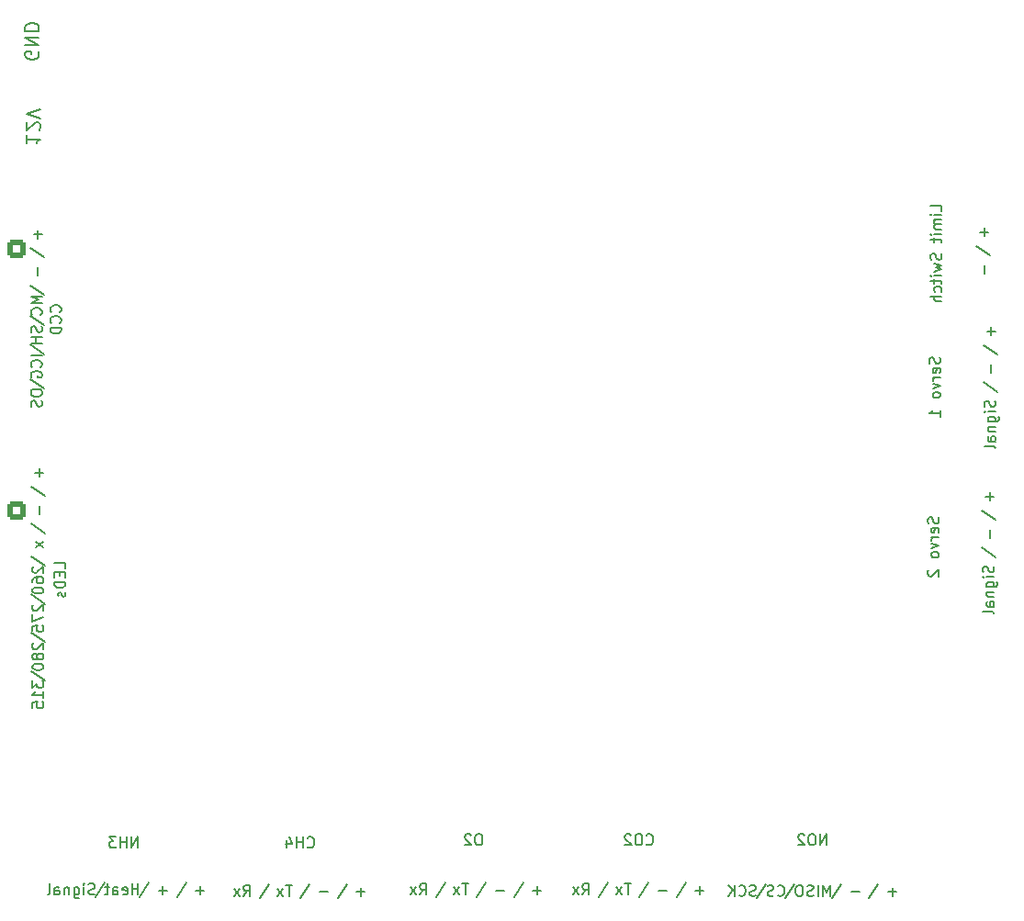
<source format=gbo>
%TF.GenerationSoftware,KiCad,Pcbnew,(6.0.10)*%
%TF.CreationDate,2022-12-29T21:44:20-06:00*%
%TF.ProjectId,ScienceSensor,53636965-6e63-4655-9365-6e736f722e6b,rev?*%
%TF.SameCoordinates,Original*%
%TF.FileFunction,Legend,Bot*%
%TF.FilePolarity,Positive*%
%FSLAX46Y46*%
G04 Gerber Fmt 4.6, Leading zero omitted, Abs format (unit mm)*
G04 Created by KiCad (PCBNEW (6.0.10)) date 2022-12-29 21:44:20*
%MOMM*%
%LPD*%
G01*
G04 APERTURE LIST*
G04 Aperture macros list*
%AMRoundRect*
0 Rectangle with rounded corners*
0 $1 Rounding radius*
0 $2 $3 $4 $5 $6 $7 $8 $9 X,Y pos of 4 corners*
0 Add a 4 corners polygon primitive as box body*
4,1,4,$2,$3,$4,$5,$6,$7,$8,$9,$2,$3,0*
0 Add four circle primitives for the rounded corners*
1,1,$1+$1,$2,$3*
1,1,$1+$1,$4,$5*
1,1,$1+$1,$6,$7*
1,1,$1+$1,$8,$9*
0 Add four rect primitives between the rounded corners*
20,1,$1+$1,$2,$3,$4,$5,0*
20,1,$1+$1,$4,$5,$6,$7,0*
20,1,$1+$1,$6,$7,$8,$9,0*
20,1,$1+$1,$8,$9,$2,$3,0*%
G04 Aperture macros list end*
%ADD10C,0.150000*%
%ADD11C,1.308000*%
%ADD12C,3.450000*%
%ADD13C,1.524000*%
%ADD14C,2.946400*%
%ADD15RoundRect,0.250000X-0.620000X0.620000X-0.620000X-0.620000X0.620000X-0.620000X0.620000X0.620000X0*%
%ADD16C,1.740000*%
%ADD17O,3.000000X5.100000*%
%ADD18R,1.500000X2.500000*%
%ADD19O,1.500000X2.500000*%
%ADD20C,1.100000*%
%ADD21C,1.400000*%
%ADD22C,4.000000*%
%ADD23C,2.000000*%
%ADD24R,1.350000X1.350000*%
%ADD25O,1.350000X1.350000*%
G04 APERTURE END LIST*
D10*
X106878380Y-110331380D02*
X106878380Y-109855190D01*
X105878380Y-109855190D01*
X106354571Y-110664714D02*
X106354571Y-110998047D01*
X106878380Y-111140904D02*
X106878380Y-110664714D01*
X105878380Y-110664714D01*
X105878380Y-111140904D01*
X106878380Y-111569476D02*
X105878380Y-111569476D01*
X105878380Y-111807571D01*
X105926000Y-111950428D01*
X106021238Y-112045666D01*
X106116476Y-112093285D01*
X106306952Y-112140904D01*
X106449809Y-112140904D01*
X106640285Y-112093285D01*
X106735523Y-112045666D01*
X106830761Y-111950428D01*
X106878380Y-111807571D01*
X106878380Y-111569476D01*
X106830761Y-112521857D02*
X106878380Y-112617095D01*
X106878380Y-112807571D01*
X106830761Y-112902809D01*
X106735523Y-112950428D01*
X106687904Y-112950428D01*
X106592666Y-112902809D01*
X106545047Y-112807571D01*
X106545047Y-112664714D01*
X106497428Y-112569476D01*
X106402190Y-112521857D01*
X106354571Y-112521857D01*
X106259333Y-112569476D01*
X106211714Y-112664714D01*
X106211714Y-112807571D01*
X106259333Y-112902809D01*
X177053714Y-135834380D02*
X177053714Y-134834380D01*
X176482285Y-135834380D01*
X176482285Y-134834380D01*
X175815619Y-134834380D02*
X175625142Y-134834380D01*
X175529904Y-134882000D01*
X175434666Y-134977238D01*
X175387047Y-135167714D01*
X175387047Y-135501047D01*
X175434666Y-135691523D01*
X175529904Y-135786761D01*
X175625142Y-135834380D01*
X175815619Y-135834380D01*
X175910857Y-135786761D01*
X176006095Y-135691523D01*
X176053714Y-135501047D01*
X176053714Y-135167714D01*
X176006095Y-134977238D01*
X175910857Y-134882000D01*
X175815619Y-134834380D01*
X175006095Y-134929619D02*
X174958476Y-134882000D01*
X174863238Y-134834380D01*
X174625142Y-134834380D01*
X174529904Y-134882000D01*
X174482285Y-134929619D01*
X174434666Y-135024857D01*
X174434666Y-135120095D01*
X174482285Y-135262952D01*
X175053714Y-135834380D01*
X174434666Y-135834380D01*
X150756190Y-140025428D02*
X149994285Y-140025428D01*
X150375238Y-140406380D02*
X150375238Y-139644476D01*
X149089523Y-139311142D02*
X148232380Y-140596857D01*
X147327619Y-140025428D02*
X146565714Y-140025428D01*
X145660952Y-139311142D02*
X144803809Y-140596857D01*
X144041904Y-139406380D02*
X143470476Y-139406380D01*
X143756190Y-140406380D02*
X143756190Y-139406380D01*
X143232380Y-140406380D02*
X142708571Y-139739714D01*
X143232380Y-139739714D02*
X142708571Y-140406380D01*
X141899047Y-139311142D02*
X141041904Y-140596857D01*
X139565714Y-140406380D02*
X139899047Y-139930190D01*
X140137142Y-140406380D02*
X140137142Y-139406380D01*
X139756190Y-139406380D01*
X139660952Y-139454000D01*
X139613333Y-139501619D01*
X139565714Y-139596857D01*
X139565714Y-139739714D01*
X139613333Y-139834952D01*
X139660952Y-139882571D01*
X139756190Y-139930190D01*
X140137142Y-139930190D01*
X139232380Y-140406380D02*
X138708571Y-139739714D01*
X139232380Y-139739714D02*
X138708571Y-140406380D01*
X165742190Y-140025428D02*
X164980285Y-140025428D01*
X165361238Y-140406380D02*
X165361238Y-139644476D01*
X164075523Y-139311142D02*
X163218380Y-140596857D01*
X162313619Y-140025428D02*
X161551714Y-140025428D01*
X160646952Y-139311142D02*
X159789809Y-140596857D01*
X159027904Y-139406380D02*
X158456476Y-139406380D01*
X158742190Y-140406380D02*
X158742190Y-139406380D01*
X158218380Y-140406380D02*
X157694571Y-139739714D01*
X158218380Y-139739714D02*
X157694571Y-140406380D01*
X156885047Y-139311142D02*
X156027904Y-140596857D01*
X154551714Y-140406380D02*
X154885047Y-139930190D01*
X155123142Y-140406380D02*
X155123142Y-139406380D01*
X154742190Y-139406380D01*
X154646952Y-139454000D01*
X154599333Y-139501619D01*
X154551714Y-139596857D01*
X154551714Y-139739714D01*
X154599333Y-139834952D01*
X154646952Y-139882571D01*
X154742190Y-139930190D01*
X155123142Y-139930190D01*
X154218380Y-140406380D02*
X153694571Y-139739714D01*
X154218380Y-139739714D02*
X153694571Y-140406380D01*
X187650380Y-77375238D02*
X187650380Y-76899047D01*
X186650380Y-76899047D01*
X187650380Y-77708571D02*
X186983714Y-77708571D01*
X186650380Y-77708571D02*
X186698000Y-77660952D01*
X186745619Y-77708571D01*
X186698000Y-77756190D01*
X186650380Y-77708571D01*
X186745619Y-77708571D01*
X187650380Y-78184761D02*
X186983714Y-78184761D01*
X187078952Y-78184761D02*
X187031333Y-78232380D01*
X186983714Y-78327619D01*
X186983714Y-78470476D01*
X187031333Y-78565714D01*
X187126571Y-78613333D01*
X187650380Y-78613333D01*
X187126571Y-78613333D02*
X187031333Y-78660952D01*
X186983714Y-78756190D01*
X186983714Y-78899047D01*
X187031333Y-78994285D01*
X187126571Y-79041904D01*
X187650380Y-79041904D01*
X187650380Y-79518095D02*
X186983714Y-79518095D01*
X186650380Y-79518095D02*
X186698000Y-79470476D01*
X186745619Y-79518095D01*
X186698000Y-79565714D01*
X186650380Y-79518095D01*
X186745619Y-79518095D01*
X186983714Y-79851428D02*
X186983714Y-80232380D01*
X186650380Y-79994285D02*
X187507523Y-79994285D01*
X187602761Y-80041904D01*
X187650380Y-80137142D01*
X187650380Y-80232380D01*
X187602761Y-81280000D02*
X187650380Y-81422857D01*
X187650380Y-81660952D01*
X187602761Y-81756190D01*
X187555142Y-81803809D01*
X187459904Y-81851428D01*
X187364666Y-81851428D01*
X187269428Y-81803809D01*
X187221809Y-81756190D01*
X187174190Y-81660952D01*
X187126571Y-81470476D01*
X187078952Y-81375238D01*
X187031333Y-81327619D01*
X186936095Y-81280000D01*
X186840857Y-81280000D01*
X186745619Y-81327619D01*
X186698000Y-81375238D01*
X186650380Y-81470476D01*
X186650380Y-81708571D01*
X186698000Y-81851428D01*
X186983714Y-82184761D02*
X187650380Y-82375238D01*
X187174190Y-82565714D01*
X187650380Y-82756190D01*
X186983714Y-82946666D01*
X187650380Y-83327619D02*
X186983714Y-83327619D01*
X186650380Y-83327619D02*
X186698000Y-83280000D01*
X186745619Y-83327619D01*
X186698000Y-83375238D01*
X186650380Y-83327619D01*
X186745619Y-83327619D01*
X186983714Y-83660952D02*
X186983714Y-84041904D01*
X186650380Y-83803809D02*
X187507523Y-83803809D01*
X187602761Y-83851428D01*
X187650380Y-83946666D01*
X187650380Y-84041904D01*
X187602761Y-84803809D02*
X187650380Y-84708571D01*
X187650380Y-84518095D01*
X187602761Y-84422857D01*
X187555142Y-84375238D01*
X187459904Y-84327619D01*
X187174190Y-84327619D01*
X187078952Y-84375238D01*
X187031333Y-84422857D01*
X186983714Y-84518095D01*
X186983714Y-84708571D01*
X187031333Y-84803809D01*
X187650380Y-85232380D02*
X186650380Y-85232380D01*
X187650380Y-85660952D02*
X187126571Y-85660952D01*
X187031333Y-85613333D01*
X186983714Y-85518095D01*
X186983714Y-85375238D01*
X187031333Y-85280000D01*
X187078952Y-85232380D01*
X192222428Y-88075190D02*
X192222428Y-88837095D01*
X192603380Y-88456142D02*
X191841476Y-88456142D01*
X191508142Y-89741857D02*
X192793857Y-90599000D01*
X192222428Y-91503761D02*
X192222428Y-92265666D01*
X191508142Y-93170428D02*
X192793857Y-94027571D01*
X192555761Y-94884714D02*
X192603380Y-95027571D01*
X192603380Y-95265666D01*
X192555761Y-95360904D01*
X192508142Y-95408523D01*
X192412904Y-95456142D01*
X192317666Y-95456142D01*
X192222428Y-95408523D01*
X192174809Y-95360904D01*
X192127190Y-95265666D01*
X192079571Y-95075190D01*
X192031952Y-94979952D01*
X191984333Y-94932333D01*
X191889095Y-94884714D01*
X191793857Y-94884714D01*
X191698619Y-94932333D01*
X191651000Y-94979952D01*
X191603380Y-95075190D01*
X191603380Y-95313285D01*
X191651000Y-95456142D01*
X192603380Y-95884714D02*
X191936714Y-95884714D01*
X191603380Y-95884714D02*
X191651000Y-95837095D01*
X191698619Y-95884714D01*
X191651000Y-95932333D01*
X191603380Y-95884714D01*
X191698619Y-95884714D01*
X191936714Y-96789476D02*
X192746238Y-96789476D01*
X192841476Y-96741857D01*
X192889095Y-96694238D01*
X192936714Y-96599000D01*
X192936714Y-96456142D01*
X192889095Y-96360904D01*
X192555761Y-96789476D02*
X192603380Y-96694238D01*
X192603380Y-96503761D01*
X192555761Y-96408523D01*
X192508142Y-96360904D01*
X192412904Y-96313285D01*
X192127190Y-96313285D01*
X192031952Y-96360904D01*
X191984333Y-96408523D01*
X191936714Y-96503761D01*
X191936714Y-96694238D01*
X191984333Y-96789476D01*
X191936714Y-97265666D02*
X192603380Y-97265666D01*
X192031952Y-97265666D02*
X191984333Y-97313285D01*
X191936714Y-97408523D01*
X191936714Y-97551380D01*
X191984333Y-97646619D01*
X192079571Y-97694238D01*
X192603380Y-97694238D01*
X192603380Y-98599000D02*
X192079571Y-98599000D01*
X191984333Y-98551380D01*
X191936714Y-98456142D01*
X191936714Y-98265666D01*
X191984333Y-98170428D01*
X192555761Y-98599000D02*
X192603380Y-98503761D01*
X192603380Y-98265666D01*
X192555761Y-98170428D01*
X192460523Y-98122809D01*
X192365285Y-98122809D01*
X192270047Y-98170428D01*
X192222428Y-98265666D01*
X192222428Y-98503761D01*
X192174809Y-98599000D01*
X192603380Y-99218047D02*
X192555761Y-99122809D01*
X192460523Y-99075190D01*
X191603380Y-99075190D01*
X191587428Y-78930761D02*
X191587428Y-79692666D01*
X191968380Y-79311714D02*
X191206476Y-79311714D01*
X190873142Y-80597428D02*
X192158857Y-81454571D01*
X191587428Y-82359333D02*
X191587428Y-83121238D01*
X160456476Y-135739142D02*
X160504095Y-135786761D01*
X160646952Y-135834380D01*
X160742190Y-135834380D01*
X160885047Y-135786761D01*
X160980285Y-135691523D01*
X161027904Y-135596285D01*
X161075523Y-135405809D01*
X161075523Y-135262952D01*
X161027904Y-135072476D01*
X160980285Y-134977238D01*
X160885047Y-134882000D01*
X160742190Y-134834380D01*
X160646952Y-134834380D01*
X160504095Y-134882000D01*
X160456476Y-134929619D01*
X159837428Y-134834380D02*
X159646952Y-134834380D01*
X159551714Y-134882000D01*
X159456476Y-134977238D01*
X159408857Y-135167714D01*
X159408857Y-135501047D01*
X159456476Y-135691523D01*
X159551714Y-135786761D01*
X159646952Y-135834380D01*
X159837428Y-135834380D01*
X159932666Y-135786761D01*
X160027904Y-135691523D01*
X160075523Y-135501047D01*
X160075523Y-135167714D01*
X160027904Y-134977238D01*
X159932666Y-134882000D01*
X159837428Y-134834380D01*
X159027904Y-134929619D02*
X158980285Y-134882000D01*
X158885047Y-134834380D01*
X158646952Y-134834380D01*
X158551714Y-134882000D01*
X158504095Y-134929619D01*
X158456476Y-135024857D01*
X158456476Y-135120095D01*
X158504095Y-135262952D01*
X159075523Y-135834380D01*
X158456476Y-135834380D01*
X129214476Y-135993142D02*
X129262095Y-136040761D01*
X129404952Y-136088380D01*
X129500190Y-136088380D01*
X129643047Y-136040761D01*
X129738285Y-135945523D01*
X129785904Y-135850285D01*
X129833523Y-135659809D01*
X129833523Y-135516952D01*
X129785904Y-135326476D01*
X129738285Y-135231238D01*
X129643047Y-135136000D01*
X129500190Y-135088380D01*
X129404952Y-135088380D01*
X129262095Y-135136000D01*
X129214476Y-135183619D01*
X128785904Y-136088380D02*
X128785904Y-135088380D01*
X128785904Y-135564571D02*
X128214476Y-135564571D01*
X128214476Y-136088380D02*
X128214476Y-135088380D01*
X127309714Y-135421714D02*
X127309714Y-136088380D01*
X127547809Y-135040761D02*
X127785904Y-135755047D01*
X127166857Y-135755047D01*
X192095428Y-103315190D02*
X192095428Y-104077095D01*
X192476380Y-103696142D02*
X191714476Y-103696142D01*
X191381142Y-104981857D02*
X192666857Y-105839000D01*
X192095428Y-106743761D02*
X192095428Y-107505666D01*
X191381142Y-108410428D02*
X192666857Y-109267571D01*
X192428761Y-110124714D02*
X192476380Y-110267571D01*
X192476380Y-110505666D01*
X192428761Y-110600904D01*
X192381142Y-110648523D01*
X192285904Y-110696142D01*
X192190666Y-110696142D01*
X192095428Y-110648523D01*
X192047809Y-110600904D01*
X192000190Y-110505666D01*
X191952571Y-110315190D01*
X191904952Y-110219952D01*
X191857333Y-110172333D01*
X191762095Y-110124714D01*
X191666857Y-110124714D01*
X191571619Y-110172333D01*
X191524000Y-110219952D01*
X191476380Y-110315190D01*
X191476380Y-110553285D01*
X191524000Y-110696142D01*
X192476380Y-111124714D02*
X191809714Y-111124714D01*
X191476380Y-111124714D02*
X191524000Y-111077095D01*
X191571619Y-111124714D01*
X191524000Y-111172333D01*
X191476380Y-111124714D01*
X191571619Y-111124714D01*
X191809714Y-112029476D02*
X192619238Y-112029476D01*
X192714476Y-111981857D01*
X192762095Y-111934238D01*
X192809714Y-111839000D01*
X192809714Y-111696142D01*
X192762095Y-111600904D01*
X192428761Y-112029476D02*
X192476380Y-111934238D01*
X192476380Y-111743761D01*
X192428761Y-111648523D01*
X192381142Y-111600904D01*
X192285904Y-111553285D01*
X192000190Y-111553285D01*
X191904952Y-111600904D01*
X191857333Y-111648523D01*
X191809714Y-111743761D01*
X191809714Y-111934238D01*
X191857333Y-112029476D01*
X191809714Y-112505666D02*
X192476380Y-112505666D01*
X191904952Y-112505666D02*
X191857333Y-112553285D01*
X191809714Y-112648523D01*
X191809714Y-112791380D01*
X191857333Y-112886619D01*
X191952571Y-112934238D01*
X192476380Y-112934238D01*
X192476380Y-113839000D02*
X191952571Y-113839000D01*
X191857333Y-113791380D01*
X191809714Y-113696142D01*
X191809714Y-113505666D01*
X191857333Y-113410428D01*
X192428761Y-113839000D02*
X192476380Y-113743761D01*
X192476380Y-113505666D01*
X192428761Y-113410428D01*
X192333523Y-113362809D01*
X192238285Y-113362809D01*
X192143047Y-113410428D01*
X192095428Y-113505666D01*
X192095428Y-113743761D01*
X192047809Y-113839000D01*
X192476380Y-114458047D02*
X192428761Y-114362809D01*
X192333523Y-114315190D01*
X191476380Y-114315190D01*
X113553714Y-136088380D02*
X113553714Y-135088380D01*
X112982285Y-136088380D01*
X112982285Y-135088380D01*
X112506095Y-136088380D02*
X112506095Y-135088380D01*
X112506095Y-135564571D02*
X111934666Y-135564571D01*
X111934666Y-136088380D02*
X111934666Y-135088380D01*
X111553714Y-135088380D02*
X110934666Y-135088380D01*
X111268000Y-135469333D01*
X111125142Y-135469333D01*
X111029904Y-135516952D01*
X110982285Y-135564571D01*
X110934666Y-135659809D01*
X110934666Y-135897904D01*
X110982285Y-135993142D01*
X111029904Y-136040761D01*
X111125142Y-136088380D01*
X111410857Y-136088380D01*
X111506095Y-136040761D01*
X111553714Y-135993142D01*
X187475761Y-90884714D02*
X187523380Y-91027571D01*
X187523380Y-91265666D01*
X187475761Y-91360904D01*
X187428142Y-91408523D01*
X187332904Y-91456142D01*
X187237666Y-91456142D01*
X187142428Y-91408523D01*
X187094809Y-91360904D01*
X187047190Y-91265666D01*
X186999571Y-91075190D01*
X186951952Y-90979952D01*
X186904333Y-90932333D01*
X186809095Y-90884714D01*
X186713857Y-90884714D01*
X186618619Y-90932333D01*
X186571000Y-90979952D01*
X186523380Y-91075190D01*
X186523380Y-91313285D01*
X186571000Y-91456142D01*
X187475761Y-92265666D02*
X187523380Y-92170428D01*
X187523380Y-91979952D01*
X187475761Y-91884714D01*
X187380523Y-91837095D01*
X186999571Y-91837095D01*
X186904333Y-91884714D01*
X186856714Y-91979952D01*
X186856714Y-92170428D01*
X186904333Y-92265666D01*
X186999571Y-92313285D01*
X187094809Y-92313285D01*
X187190047Y-91837095D01*
X187523380Y-92741857D02*
X186856714Y-92741857D01*
X187047190Y-92741857D02*
X186951952Y-92789476D01*
X186904333Y-92837095D01*
X186856714Y-92932333D01*
X186856714Y-93027571D01*
X186856714Y-93265666D02*
X187523380Y-93503761D01*
X186856714Y-93741857D01*
X187523380Y-94265666D02*
X187475761Y-94170428D01*
X187428142Y-94122809D01*
X187332904Y-94075190D01*
X187047190Y-94075190D01*
X186951952Y-94122809D01*
X186904333Y-94170428D01*
X186856714Y-94265666D01*
X186856714Y-94408523D01*
X186904333Y-94503761D01*
X186951952Y-94551380D01*
X187047190Y-94599000D01*
X187332904Y-94599000D01*
X187428142Y-94551380D01*
X187475761Y-94503761D01*
X187523380Y-94408523D01*
X187523380Y-94265666D01*
X187523380Y-96313285D02*
X187523380Y-95741857D01*
X187523380Y-96027571D02*
X186523380Y-96027571D01*
X186666238Y-95932333D01*
X186761476Y-95837095D01*
X186809095Y-95741857D01*
X104394000Y-62689619D02*
X104454476Y-62810571D01*
X104454476Y-62992000D01*
X104394000Y-63173428D01*
X104273047Y-63294380D01*
X104152095Y-63354857D01*
X103910190Y-63415333D01*
X103728761Y-63415333D01*
X103486857Y-63354857D01*
X103365904Y-63294380D01*
X103244952Y-63173428D01*
X103184476Y-62992000D01*
X103184476Y-62871047D01*
X103244952Y-62689619D01*
X103305428Y-62629142D01*
X103728761Y-62629142D01*
X103728761Y-62871047D01*
X103184476Y-62084857D02*
X104454476Y-62084857D01*
X103184476Y-61359142D01*
X104454476Y-61359142D01*
X103184476Y-60754380D02*
X104454476Y-60754380D01*
X104454476Y-60452000D01*
X104394000Y-60270571D01*
X104273047Y-60149619D01*
X104152095Y-60089142D01*
X103910190Y-60028666D01*
X103728761Y-60028666D01*
X103486857Y-60089142D01*
X103365904Y-60149619D01*
X103244952Y-60270571D01*
X103184476Y-60452000D01*
X103184476Y-60754380D01*
X106402142Y-86685523D02*
X106449761Y-86637904D01*
X106497380Y-86495047D01*
X106497380Y-86399809D01*
X106449761Y-86256952D01*
X106354523Y-86161714D01*
X106259285Y-86114095D01*
X106068809Y-86066476D01*
X105925952Y-86066476D01*
X105735476Y-86114095D01*
X105640238Y-86161714D01*
X105545000Y-86256952D01*
X105497380Y-86399809D01*
X105497380Y-86495047D01*
X105545000Y-86637904D01*
X105592619Y-86685523D01*
X106402142Y-87685523D02*
X106449761Y-87637904D01*
X106497380Y-87495047D01*
X106497380Y-87399809D01*
X106449761Y-87256952D01*
X106354523Y-87161714D01*
X106259285Y-87114095D01*
X106068809Y-87066476D01*
X105925952Y-87066476D01*
X105735476Y-87114095D01*
X105640238Y-87161714D01*
X105545000Y-87256952D01*
X105497380Y-87399809D01*
X105497380Y-87495047D01*
X105545000Y-87637904D01*
X105592619Y-87685523D01*
X106497380Y-88114095D02*
X105497380Y-88114095D01*
X105497380Y-88352190D01*
X105545000Y-88495047D01*
X105640238Y-88590285D01*
X105735476Y-88637904D01*
X105925952Y-88685523D01*
X106068809Y-88685523D01*
X106259285Y-88637904D01*
X106354523Y-88590285D01*
X106449761Y-88495047D01*
X106497380Y-88352190D01*
X106497380Y-88114095D01*
X134500190Y-140152428D02*
X133738285Y-140152428D01*
X134119238Y-140533380D02*
X134119238Y-139771476D01*
X132833523Y-139438142D02*
X131976380Y-140723857D01*
X131071619Y-140152428D02*
X130309714Y-140152428D01*
X129404952Y-139438142D02*
X128547809Y-140723857D01*
X127785904Y-139533380D02*
X127214476Y-139533380D01*
X127500190Y-140533380D02*
X127500190Y-139533380D01*
X126976380Y-140533380D02*
X126452571Y-139866714D01*
X126976380Y-139866714D02*
X126452571Y-140533380D01*
X125643047Y-139438142D02*
X124785904Y-140723857D01*
X123309714Y-140533380D02*
X123643047Y-140057190D01*
X123881142Y-140533380D02*
X123881142Y-139533380D01*
X123500190Y-139533380D01*
X123404952Y-139581000D01*
X123357333Y-139628619D01*
X123309714Y-139723857D01*
X123309714Y-139866714D01*
X123357333Y-139961952D01*
X123404952Y-140009571D01*
X123500190Y-140057190D01*
X123881142Y-140057190D01*
X122976380Y-140533380D02*
X122452571Y-139866714D01*
X122976380Y-139866714D02*
X122452571Y-140533380D01*
X183506095Y-140152428D02*
X182744190Y-140152428D01*
X183125142Y-140533380D02*
X183125142Y-139771476D01*
X181839428Y-139438142D02*
X180982285Y-140723857D01*
X180077523Y-140152428D02*
X179315619Y-140152428D01*
X178410857Y-139438142D02*
X177553714Y-140723857D01*
X177410857Y-140533380D02*
X177410857Y-139533380D01*
X177077523Y-140247666D01*
X176744190Y-139533380D01*
X176744190Y-140533380D01*
X176268000Y-140533380D02*
X176268000Y-139533380D01*
X175839428Y-140485761D02*
X175696571Y-140533380D01*
X175458476Y-140533380D01*
X175363238Y-140485761D01*
X175315619Y-140438142D01*
X175268000Y-140342904D01*
X175268000Y-140247666D01*
X175315619Y-140152428D01*
X175363238Y-140104809D01*
X175458476Y-140057190D01*
X175648952Y-140009571D01*
X175744190Y-139961952D01*
X175791809Y-139914333D01*
X175839428Y-139819095D01*
X175839428Y-139723857D01*
X175791809Y-139628619D01*
X175744190Y-139581000D01*
X175648952Y-139533380D01*
X175410857Y-139533380D01*
X175268000Y-139581000D01*
X174648952Y-139533380D02*
X174458476Y-139533380D01*
X174363238Y-139581000D01*
X174268000Y-139676238D01*
X174220380Y-139866714D01*
X174220380Y-140200047D01*
X174268000Y-140390523D01*
X174363238Y-140485761D01*
X174458476Y-140533380D01*
X174648952Y-140533380D01*
X174744190Y-140485761D01*
X174839428Y-140390523D01*
X174887047Y-140200047D01*
X174887047Y-139866714D01*
X174839428Y-139676238D01*
X174744190Y-139581000D01*
X174648952Y-139533380D01*
X174125142Y-139438142D02*
X173268000Y-140723857D01*
X172553714Y-140438142D02*
X172601333Y-140485761D01*
X172744190Y-140533380D01*
X172839428Y-140533380D01*
X172982285Y-140485761D01*
X173077523Y-140390523D01*
X173125142Y-140295285D01*
X173172761Y-140104809D01*
X173172761Y-139961952D01*
X173125142Y-139771476D01*
X173077523Y-139676238D01*
X172982285Y-139581000D01*
X172839428Y-139533380D01*
X172744190Y-139533380D01*
X172601333Y-139581000D01*
X172553714Y-139628619D01*
X172172761Y-140485761D02*
X172029904Y-140533380D01*
X171791809Y-140533380D01*
X171696571Y-140485761D01*
X171648952Y-140438142D01*
X171601333Y-140342904D01*
X171601333Y-140247666D01*
X171648952Y-140152428D01*
X171696571Y-140104809D01*
X171791809Y-140057190D01*
X171982285Y-140009571D01*
X172077523Y-139961952D01*
X172125142Y-139914333D01*
X172172761Y-139819095D01*
X172172761Y-139723857D01*
X172125142Y-139628619D01*
X172077523Y-139581000D01*
X171982285Y-139533380D01*
X171744190Y-139533380D01*
X171601333Y-139581000D01*
X171506095Y-139438142D02*
X170648952Y-140723857D01*
X170553714Y-140485761D02*
X170410857Y-140533380D01*
X170172761Y-140533380D01*
X170077523Y-140485761D01*
X170029904Y-140438142D01*
X169982285Y-140342904D01*
X169982285Y-140247666D01*
X170029904Y-140152428D01*
X170077523Y-140104809D01*
X170172761Y-140057190D01*
X170363238Y-140009571D01*
X170458476Y-139961952D01*
X170506095Y-139914333D01*
X170553714Y-139819095D01*
X170553714Y-139723857D01*
X170506095Y-139628619D01*
X170458476Y-139581000D01*
X170363238Y-139533380D01*
X170125142Y-139533380D01*
X169982285Y-139581000D01*
X168982285Y-140438142D02*
X169029904Y-140485761D01*
X169172761Y-140533380D01*
X169268000Y-140533380D01*
X169410857Y-140485761D01*
X169506095Y-140390523D01*
X169553714Y-140295285D01*
X169601333Y-140104809D01*
X169601333Y-139961952D01*
X169553714Y-139771476D01*
X169506095Y-139676238D01*
X169410857Y-139581000D01*
X169268000Y-139533380D01*
X169172761Y-139533380D01*
X169029904Y-139581000D01*
X168982285Y-139628619D01*
X168553714Y-140533380D02*
X168553714Y-139533380D01*
X167982285Y-140533380D02*
X168410857Y-139961952D01*
X167982285Y-139533380D02*
X168553714Y-140104809D01*
X145097428Y-134834380D02*
X144906952Y-134834380D01*
X144811714Y-134882000D01*
X144716476Y-134977238D01*
X144668857Y-135167714D01*
X144668857Y-135501047D01*
X144716476Y-135691523D01*
X144811714Y-135786761D01*
X144906952Y-135834380D01*
X145097428Y-135834380D01*
X145192666Y-135786761D01*
X145287904Y-135691523D01*
X145335523Y-135501047D01*
X145335523Y-135167714D01*
X145287904Y-134977238D01*
X145192666Y-134882000D01*
X145097428Y-134834380D01*
X144287904Y-134929619D02*
X144240285Y-134882000D01*
X144145047Y-134834380D01*
X143906952Y-134834380D01*
X143811714Y-134882000D01*
X143764095Y-134929619D01*
X143716476Y-135024857D01*
X143716476Y-135120095D01*
X143764095Y-135262952D01*
X144335523Y-135834380D01*
X143716476Y-135834380D01*
X119688666Y-140025428D02*
X118926761Y-140025428D01*
X119307714Y-140406380D02*
X119307714Y-139644476D01*
X118022000Y-139311142D02*
X117164857Y-140596857D01*
X116260095Y-140025428D02*
X115498190Y-140025428D01*
X115879142Y-140406380D02*
X115879142Y-139644476D01*
X114593428Y-139311142D02*
X113736285Y-140596857D01*
X113593428Y-140406380D02*
X113593428Y-139406380D01*
X113593428Y-139882571D02*
X113022000Y-139882571D01*
X113022000Y-140406380D02*
X113022000Y-139406380D01*
X112164857Y-140358761D02*
X112260095Y-140406380D01*
X112450571Y-140406380D01*
X112545809Y-140358761D01*
X112593428Y-140263523D01*
X112593428Y-139882571D01*
X112545809Y-139787333D01*
X112450571Y-139739714D01*
X112260095Y-139739714D01*
X112164857Y-139787333D01*
X112117238Y-139882571D01*
X112117238Y-139977809D01*
X112593428Y-140073047D01*
X111260095Y-140406380D02*
X111260095Y-139882571D01*
X111307714Y-139787333D01*
X111402952Y-139739714D01*
X111593428Y-139739714D01*
X111688666Y-139787333D01*
X111260095Y-140358761D02*
X111355333Y-140406380D01*
X111593428Y-140406380D01*
X111688666Y-140358761D01*
X111736285Y-140263523D01*
X111736285Y-140168285D01*
X111688666Y-140073047D01*
X111593428Y-140025428D01*
X111355333Y-140025428D01*
X111260095Y-139977809D01*
X110926761Y-139739714D02*
X110545809Y-139739714D01*
X110783904Y-139406380D02*
X110783904Y-140263523D01*
X110736285Y-140358761D01*
X110641047Y-140406380D01*
X110545809Y-140406380D01*
X110545809Y-139311142D02*
X109688666Y-140596857D01*
X109593428Y-140358761D02*
X109450571Y-140406380D01*
X109212476Y-140406380D01*
X109117238Y-140358761D01*
X109069619Y-140311142D01*
X109022000Y-140215904D01*
X109022000Y-140120666D01*
X109069619Y-140025428D01*
X109117238Y-139977809D01*
X109212476Y-139930190D01*
X109402952Y-139882571D01*
X109498190Y-139834952D01*
X109545809Y-139787333D01*
X109593428Y-139692095D01*
X109593428Y-139596857D01*
X109545809Y-139501619D01*
X109498190Y-139454000D01*
X109402952Y-139406380D01*
X109164857Y-139406380D01*
X109022000Y-139454000D01*
X108593428Y-140406380D02*
X108593428Y-139739714D01*
X108593428Y-139406380D02*
X108641047Y-139454000D01*
X108593428Y-139501619D01*
X108545809Y-139454000D01*
X108593428Y-139406380D01*
X108593428Y-139501619D01*
X107688666Y-139739714D02*
X107688666Y-140549238D01*
X107736285Y-140644476D01*
X107783904Y-140692095D01*
X107879142Y-140739714D01*
X108022000Y-140739714D01*
X108117238Y-140692095D01*
X107688666Y-140358761D02*
X107783904Y-140406380D01*
X107974380Y-140406380D01*
X108069619Y-140358761D01*
X108117238Y-140311142D01*
X108164857Y-140215904D01*
X108164857Y-139930190D01*
X108117238Y-139834952D01*
X108069619Y-139787333D01*
X107974380Y-139739714D01*
X107783904Y-139739714D01*
X107688666Y-139787333D01*
X107212476Y-139739714D02*
X107212476Y-140406380D01*
X107212476Y-139834952D02*
X107164857Y-139787333D01*
X107069619Y-139739714D01*
X106926761Y-139739714D01*
X106831523Y-139787333D01*
X106783904Y-139882571D01*
X106783904Y-140406380D01*
X105879142Y-140406380D02*
X105879142Y-139882571D01*
X105926761Y-139787333D01*
X106022000Y-139739714D01*
X106212476Y-139739714D01*
X106307714Y-139787333D01*
X105879142Y-140358761D02*
X105974380Y-140406380D01*
X106212476Y-140406380D01*
X106307714Y-140358761D01*
X106355333Y-140263523D01*
X106355333Y-140168285D01*
X106307714Y-140073047D01*
X106212476Y-140025428D01*
X105974380Y-140025428D01*
X105879142Y-139977809D01*
X105260095Y-140406380D02*
X105355333Y-140358761D01*
X105402952Y-140263523D01*
X105402952Y-139406380D01*
X187348761Y-105616714D02*
X187396380Y-105759571D01*
X187396380Y-105997666D01*
X187348761Y-106092904D01*
X187301142Y-106140523D01*
X187205904Y-106188142D01*
X187110666Y-106188142D01*
X187015428Y-106140523D01*
X186967809Y-106092904D01*
X186920190Y-105997666D01*
X186872571Y-105807190D01*
X186824952Y-105711952D01*
X186777333Y-105664333D01*
X186682095Y-105616714D01*
X186586857Y-105616714D01*
X186491619Y-105664333D01*
X186444000Y-105711952D01*
X186396380Y-105807190D01*
X186396380Y-106045285D01*
X186444000Y-106188142D01*
X187348761Y-106997666D02*
X187396380Y-106902428D01*
X187396380Y-106711952D01*
X187348761Y-106616714D01*
X187253523Y-106569095D01*
X186872571Y-106569095D01*
X186777333Y-106616714D01*
X186729714Y-106711952D01*
X186729714Y-106902428D01*
X186777333Y-106997666D01*
X186872571Y-107045285D01*
X186967809Y-107045285D01*
X187063047Y-106569095D01*
X187396380Y-107473857D02*
X186729714Y-107473857D01*
X186920190Y-107473857D02*
X186824952Y-107521476D01*
X186777333Y-107569095D01*
X186729714Y-107664333D01*
X186729714Y-107759571D01*
X186729714Y-107997666D02*
X187396380Y-108235761D01*
X186729714Y-108473857D01*
X187396380Y-108997666D02*
X187348761Y-108902428D01*
X187301142Y-108854809D01*
X187205904Y-108807190D01*
X186920190Y-108807190D01*
X186824952Y-108854809D01*
X186777333Y-108902428D01*
X186729714Y-108997666D01*
X186729714Y-109140523D01*
X186777333Y-109235761D01*
X186824952Y-109283380D01*
X186920190Y-109331000D01*
X187205904Y-109331000D01*
X187301142Y-109283380D01*
X187348761Y-109235761D01*
X187396380Y-109140523D01*
X187396380Y-108997666D01*
X186491619Y-110473857D02*
X186444000Y-110521476D01*
X186396380Y-110616714D01*
X186396380Y-110854809D01*
X186444000Y-110950047D01*
X186491619Y-110997666D01*
X186586857Y-111045285D01*
X186682095Y-111045285D01*
X186824952Y-110997666D01*
X187396380Y-110426238D01*
X187396380Y-111045285D01*
X104338428Y-79129952D02*
X104338428Y-79891857D01*
X104719380Y-79510904D02*
X103957476Y-79510904D01*
X103624142Y-80796619D02*
X104909857Y-81653761D01*
X104338428Y-82558523D02*
X104338428Y-83320428D01*
X103624142Y-84225190D02*
X104909857Y-85082333D01*
X104719380Y-85225190D02*
X103719380Y-85225190D01*
X104433666Y-85558523D01*
X103719380Y-85891857D01*
X104719380Y-85891857D01*
X104624142Y-86939476D02*
X104671761Y-86891857D01*
X104719380Y-86749000D01*
X104719380Y-86653761D01*
X104671761Y-86510904D01*
X104576523Y-86415666D01*
X104481285Y-86368047D01*
X104290809Y-86320428D01*
X104147952Y-86320428D01*
X103957476Y-86368047D01*
X103862238Y-86415666D01*
X103767000Y-86510904D01*
X103719380Y-86653761D01*
X103719380Y-86749000D01*
X103767000Y-86891857D01*
X103814619Y-86939476D01*
X103624142Y-87034714D02*
X104909857Y-87891857D01*
X104671761Y-87987095D02*
X104719380Y-88129952D01*
X104719380Y-88368047D01*
X104671761Y-88463285D01*
X104624142Y-88510904D01*
X104528904Y-88558523D01*
X104433666Y-88558523D01*
X104338428Y-88510904D01*
X104290809Y-88463285D01*
X104243190Y-88368047D01*
X104195571Y-88177571D01*
X104147952Y-88082333D01*
X104100333Y-88034714D01*
X104005095Y-87987095D01*
X103909857Y-87987095D01*
X103814619Y-88034714D01*
X103767000Y-88082333D01*
X103719380Y-88177571D01*
X103719380Y-88415666D01*
X103767000Y-88558523D01*
X104719380Y-88987095D02*
X103719380Y-88987095D01*
X104195571Y-88987095D02*
X104195571Y-89558523D01*
X104719380Y-89558523D02*
X103719380Y-89558523D01*
X103624142Y-89701380D02*
X104909857Y-90558523D01*
X104719380Y-90701380D02*
X103719380Y-90701380D01*
X104624142Y-91749000D02*
X104671761Y-91701380D01*
X104719380Y-91558523D01*
X104719380Y-91463285D01*
X104671761Y-91320428D01*
X104576523Y-91225190D01*
X104481285Y-91177571D01*
X104290809Y-91129952D01*
X104147952Y-91129952D01*
X103957476Y-91177571D01*
X103862238Y-91225190D01*
X103767000Y-91320428D01*
X103719380Y-91463285D01*
X103719380Y-91558523D01*
X103767000Y-91701380D01*
X103814619Y-91749000D01*
X103767000Y-92701380D02*
X103719380Y-92606142D01*
X103719380Y-92463285D01*
X103767000Y-92320428D01*
X103862238Y-92225190D01*
X103957476Y-92177571D01*
X104147952Y-92129952D01*
X104290809Y-92129952D01*
X104481285Y-92177571D01*
X104576523Y-92225190D01*
X104671761Y-92320428D01*
X104719380Y-92463285D01*
X104719380Y-92558523D01*
X104671761Y-92701380D01*
X104624142Y-92749000D01*
X104290809Y-92749000D01*
X104290809Y-92558523D01*
X103624142Y-92844238D02*
X104909857Y-93701380D01*
X103719380Y-94034714D02*
X103719380Y-94225190D01*
X103767000Y-94320428D01*
X103862238Y-94415666D01*
X104052714Y-94463285D01*
X104386047Y-94463285D01*
X104576523Y-94415666D01*
X104671761Y-94320428D01*
X104719380Y-94225190D01*
X104719380Y-94034714D01*
X104671761Y-93939476D01*
X104576523Y-93844238D01*
X104386047Y-93796619D01*
X104052714Y-93796619D01*
X103862238Y-93844238D01*
X103767000Y-93939476D01*
X103719380Y-94034714D01*
X104671761Y-94844238D02*
X104719380Y-94987095D01*
X104719380Y-95225190D01*
X104671761Y-95320428D01*
X104624142Y-95368047D01*
X104528904Y-95415666D01*
X104433666Y-95415666D01*
X104338428Y-95368047D01*
X104290809Y-95320428D01*
X104243190Y-95225190D01*
X104195571Y-95034714D01*
X104147952Y-94939476D01*
X104100333Y-94891857D01*
X104005095Y-94844238D01*
X103909857Y-94844238D01*
X103814619Y-94891857D01*
X103767000Y-94939476D01*
X103719380Y-95034714D01*
X103719380Y-95272809D01*
X103767000Y-95415666D01*
X103311476Y-70382190D02*
X103311476Y-71107904D01*
X103311476Y-70745047D02*
X104581476Y-70745047D01*
X104400047Y-70866000D01*
X104279095Y-70986952D01*
X104218619Y-71107904D01*
X104460523Y-69898380D02*
X104521000Y-69837904D01*
X104581476Y-69716952D01*
X104581476Y-69414571D01*
X104521000Y-69293619D01*
X104460523Y-69233142D01*
X104339571Y-69172666D01*
X104218619Y-69172666D01*
X104037190Y-69233142D01*
X103311476Y-69958857D01*
X103311476Y-69172666D01*
X104581476Y-68809809D02*
X103311476Y-68386476D01*
X104581476Y-67963142D01*
X104465428Y-101117190D02*
X104465428Y-101879095D01*
X104846380Y-101498142D02*
X104084476Y-101498142D01*
X103751142Y-102783857D02*
X105036857Y-103641000D01*
X104465428Y-104545761D02*
X104465428Y-105307666D01*
X103751142Y-106212428D02*
X105036857Y-107069571D01*
X104846380Y-107879095D02*
X104179714Y-108402904D01*
X104179714Y-107879095D02*
X104846380Y-108402904D01*
X103751142Y-109212428D02*
X105036857Y-110069571D01*
X103941619Y-110164809D02*
X103894000Y-110212428D01*
X103846380Y-110307666D01*
X103846380Y-110545761D01*
X103894000Y-110641000D01*
X103941619Y-110688619D01*
X104036857Y-110736238D01*
X104132095Y-110736238D01*
X104274952Y-110688619D01*
X104846380Y-110117190D01*
X104846380Y-110736238D01*
X103846380Y-111593380D02*
X103846380Y-111402904D01*
X103894000Y-111307666D01*
X103941619Y-111260047D01*
X104084476Y-111164809D01*
X104274952Y-111117190D01*
X104655904Y-111117190D01*
X104751142Y-111164809D01*
X104798761Y-111212428D01*
X104846380Y-111307666D01*
X104846380Y-111498142D01*
X104798761Y-111593380D01*
X104751142Y-111641000D01*
X104655904Y-111688619D01*
X104417809Y-111688619D01*
X104322571Y-111641000D01*
X104274952Y-111593380D01*
X104227333Y-111498142D01*
X104227333Y-111307666D01*
X104274952Y-111212428D01*
X104322571Y-111164809D01*
X104417809Y-111117190D01*
X103846380Y-112307666D02*
X103846380Y-112402904D01*
X103894000Y-112498142D01*
X103941619Y-112545761D01*
X104036857Y-112593380D01*
X104227333Y-112641000D01*
X104465428Y-112641000D01*
X104655904Y-112593380D01*
X104751142Y-112545761D01*
X104798761Y-112498142D01*
X104846380Y-112402904D01*
X104846380Y-112307666D01*
X104798761Y-112212428D01*
X104751142Y-112164809D01*
X104655904Y-112117190D01*
X104465428Y-112069571D01*
X104227333Y-112069571D01*
X104036857Y-112117190D01*
X103941619Y-112164809D01*
X103894000Y-112212428D01*
X103846380Y-112307666D01*
X103751142Y-112736238D02*
X105036857Y-113593380D01*
X103941619Y-113688619D02*
X103894000Y-113736238D01*
X103846380Y-113831476D01*
X103846380Y-114069571D01*
X103894000Y-114164809D01*
X103941619Y-114212428D01*
X104036857Y-114260047D01*
X104132095Y-114260047D01*
X104274952Y-114212428D01*
X104846380Y-113641000D01*
X104846380Y-114260047D01*
X103846380Y-114593380D02*
X103846380Y-115260047D01*
X104846380Y-114831476D01*
X103846380Y-116117190D02*
X103846380Y-115640999D01*
X104322571Y-115593380D01*
X104274952Y-115640999D01*
X104227333Y-115736238D01*
X104227333Y-115974333D01*
X104274952Y-116069571D01*
X104322571Y-116117190D01*
X104417809Y-116164809D01*
X104655904Y-116164809D01*
X104751142Y-116117190D01*
X104798761Y-116069571D01*
X104846380Y-115974333D01*
X104846380Y-115736238D01*
X104798761Y-115640999D01*
X104751142Y-115593380D01*
X103751142Y-116260047D02*
X105036857Y-117117190D01*
X103941619Y-117212428D02*
X103894000Y-117260047D01*
X103846380Y-117355285D01*
X103846380Y-117593380D01*
X103894000Y-117688619D01*
X103941619Y-117736238D01*
X104036857Y-117783857D01*
X104132095Y-117783857D01*
X104274952Y-117736238D01*
X104846380Y-117164809D01*
X104846380Y-117783857D01*
X104274952Y-118355285D02*
X104227333Y-118260047D01*
X104179714Y-118212428D01*
X104084476Y-118164809D01*
X104036857Y-118164809D01*
X103941619Y-118212428D01*
X103894000Y-118260047D01*
X103846380Y-118355285D01*
X103846380Y-118545761D01*
X103894000Y-118640999D01*
X103941619Y-118688619D01*
X104036857Y-118736238D01*
X104084476Y-118736238D01*
X104179714Y-118688619D01*
X104227333Y-118640999D01*
X104274952Y-118545761D01*
X104274952Y-118355285D01*
X104322571Y-118260047D01*
X104370190Y-118212428D01*
X104465428Y-118164809D01*
X104655904Y-118164809D01*
X104751142Y-118212428D01*
X104798761Y-118260047D01*
X104846380Y-118355285D01*
X104846380Y-118545761D01*
X104798761Y-118640999D01*
X104751142Y-118688619D01*
X104655904Y-118736238D01*
X104465428Y-118736238D01*
X104370190Y-118688619D01*
X104322571Y-118640999D01*
X104274952Y-118545761D01*
X103846380Y-119355285D02*
X103846380Y-119450523D01*
X103894000Y-119545761D01*
X103941619Y-119593380D01*
X104036857Y-119640999D01*
X104227333Y-119688619D01*
X104465428Y-119688619D01*
X104655904Y-119640999D01*
X104751142Y-119593380D01*
X104798761Y-119545761D01*
X104846380Y-119450523D01*
X104846380Y-119355285D01*
X104798761Y-119260047D01*
X104751142Y-119212428D01*
X104655904Y-119164809D01*
X104465428Y-119117190D01*
X104227333Y-119117190D01*
X104036857Y-119164809D01*
X103941619Y-119212428D01*
X103894000Y-119260047D01*
X103846380Y-119355285D01*
X103751142Y-119783857D02*
X105036857Y-120640999D01*
X103846380Y-120688619D02*
X103846380Y-121307666D01*
X104227333Y-120974333D01*
X104227333Y-121117190D01*
X104274952Y-121212428D01*
X104322571Y-121260047D01*
X104417809Y-121307666D01*
X104655904Y-121307666D01*
X104751142Y-121260047D01*
X104798761Y-121212428D01*
X104846380Y-121117190D01*
X104846380Y-120831476D01*
X104798761Y-120736238D01*
X104751142Y-120688619D01*
X104846380Y-122260047D02*
X104846380Y-121688619D01*
X104846380Y-121974333D02*
X103846380Y-121974333D01*
X103989238Y-121879095D01*
X104084476Y-121783857D01*
X104132095Y-121688619D01*
X103846380Y-123164809D02*
X103846380Y-122688619D01*
X104322571Y-122640999D01*
X104274952Y-122688619D01*
X104227333Y-122783857D01*
X104227333Y-123021952D01*
X104274952Y-123117190D01*
X104322571Y-123164809D01*
X104417809Y-123212428D01*
X104655904Y-123212428D01*
X104751142Y-123164809D01*
X104798761Y-123117190D01*
X104846380Y-123021952D01*
X104846380Y-122783857D01*
X104798761Y-122688619D01*
X104751142Y-122640999D01*
%LPC*%
D11*
X158750000Y-105918000D03*
X158750000Y-103378000D03*
X158750000Y-100838000D03*
X158750000Y-98298000D03*
X158750000Y-72898000D03*
X143510000Y-103378000D03*
X158750000Y-95758000D03*
X158750000Y-93218000D03*
X158750000Y-90678000D03*
X158750000Y-88138000D03*
X158750000Y-85598000D03*
X158750000Y-83058000D03*
X158750000Y-80518000D03*
X158750000Y-77978000D03*
X158750000Y-75438000D03*
X143510000Y-75438000D03*
X143510000Y-77978000D03*
X143510000Y-80518000D03*
X143510000Y-83058000D03*
X143510000Y-85598000D03*
X143510000Y-88138000D03*
X143510000Y-90678000D03*
X143510000Y-93218000D03*
X143510000Y-95758000D03*
X143510000Y-98298000D03*
X143510000Y-100838000D03*
X158750000Y-70358000D03*
X158750000Y-67818000D03*
X158750000Y-65278000D03*
X158750000Y-62738000D03*
X158750000Y-60198000D03*
X158750000Y-57658000D03*
X158750000Y-55118000D03*
X158750000Y-52578000D03*
X158750000Y-50038000D03*
X143510000Y-50038000D03*
X143510000Y-52578000D03*
X143510000Y-55118000D03*
X143510000Y-57658000D03*
X143510000Y-60198000D03*
X143510000Y-62738000D03*
X143510000Y-65278000D03*
X143510000Y-67818000D03*
X143510000Y-70358000D03*
X158750000Y-108458000D03*
X143510000Y-72898000D03*
X143510000Y-105918000D03*
X143510000Y-108458000D03*
D12*
X182118000Y-137541000D03*
X169418000Y-137541000D03*
D13*
X180848000Y-128905000D03*
X178308000Y-128905000D03*
X175768000Y-128905000D03*
X173228000Y-128905000D03*
X170688000Y-128905000D03*
D12*
X189484000Y-90043000D03*
X189484000Y-97663000D03*
D13*
X180848000Y-91313000D03*
X180848000Y-93853000D03*
X180848000Y-96393000D03*
D12*
X117348000Y-137541000D03*
X107188000Y-137541000D03*
D13*
X116078000Y-128905000D03*
X113538000Y-128905000D03*
X110998000Y-128905000D03*
X108458000Y-128905000D03*
D14*
X188976000Y-137160000D03*
D15*
X102362000Y-80899000D03*
D16*
X102362000Y-83439000D03*
X102362000Y-85979000D03*
X102362000Y-88519000D03*
X102362000Y-91059000D03*
X102362000Y-93599000D03*
D14*
X188976000Y-50800000D03*
X100584000Y-50800000D03*
D17*
X114687400Y-61764000D03*
X114687400Y-69638000D03*
D14*
X100584000Y-137160000D03*
D12*
X149606000Y-137541000D03*
X139446000Y-137541000D03*
D13*
X148336000Y-128905000D03*
X145796000Y-128905000D03*
X143256000Y-128905000D03*
X140716000Y-128905000D03*
D12*
X189484000Y-112395000D03*
X189484000Y-104775000D03*
D13*
X180848000Y-106045000D03*
X180848000Y-108585000D03*
X180848000Y-111125000D03*
D18*
X121666000Y-69723000D03*
D19*
X124206000Y-69723000D03*
X126746000Y-69723000D03*
D12*
X164846000Y-137541000D03*
X154686000Y-137541000D03*
D13*
X163576000Y-128905000D03*
X161036000Y-128905000D03*
X158496000Y-128905000D03*
X155956000Y-128905000D03*
D12*
X133604000Y-137668000D03*
X123444000Y-137668000D03*
D13*
X132334000Y-129032000D03*
X129794000Y-129032000D03*
X127254000Y-129032000D03*
X124714000Y-129032000D03*
D20*
X175514000Y-69086000D03*
X172974000Y-67816000D03*
X175514000Y-66546000D03*
X172974000Y-65276000D03*
X175514000Y-64006000D03*
X172974000Y-62736000D03*
X175514000Y-61466000D03*
X172974000Y-60196000D03*
D21*
X186944000Y-70966000D03*
X185154000Y-68426000D03*
X186944000Y-60856000D03*
X185154000Y-58316000D03*
D22*
X181864000Y-70356000D03*
X181864000Y-58926000D03*
D23*
X178814000Y-72516000D03*
X178814000Y-56766000D03*
D15*
X102362000Y-105029000D03*
D16*
X102362000Y-107569000D03*
X102362000Y-110109000D03*
X102362000Y-112649000D03*
X102362000Y-115189000D03*
X102362000Y-117729000D03*
D12*
X189488000Y-78865000D03*
X189484000Y-83693000D03*
D13*
X180848000Y-80010000D03*
X180848000Y-82550000D03*
D24*
X169910000Y-70580000D03*
D25*
X167910000Y-70580000D03*
X169910000Y-68580000D03*
X167910000Y-68580000D03*
X169910000Y-66580000D03*
X167910000Y-66580000D03*
M02*

</source>
